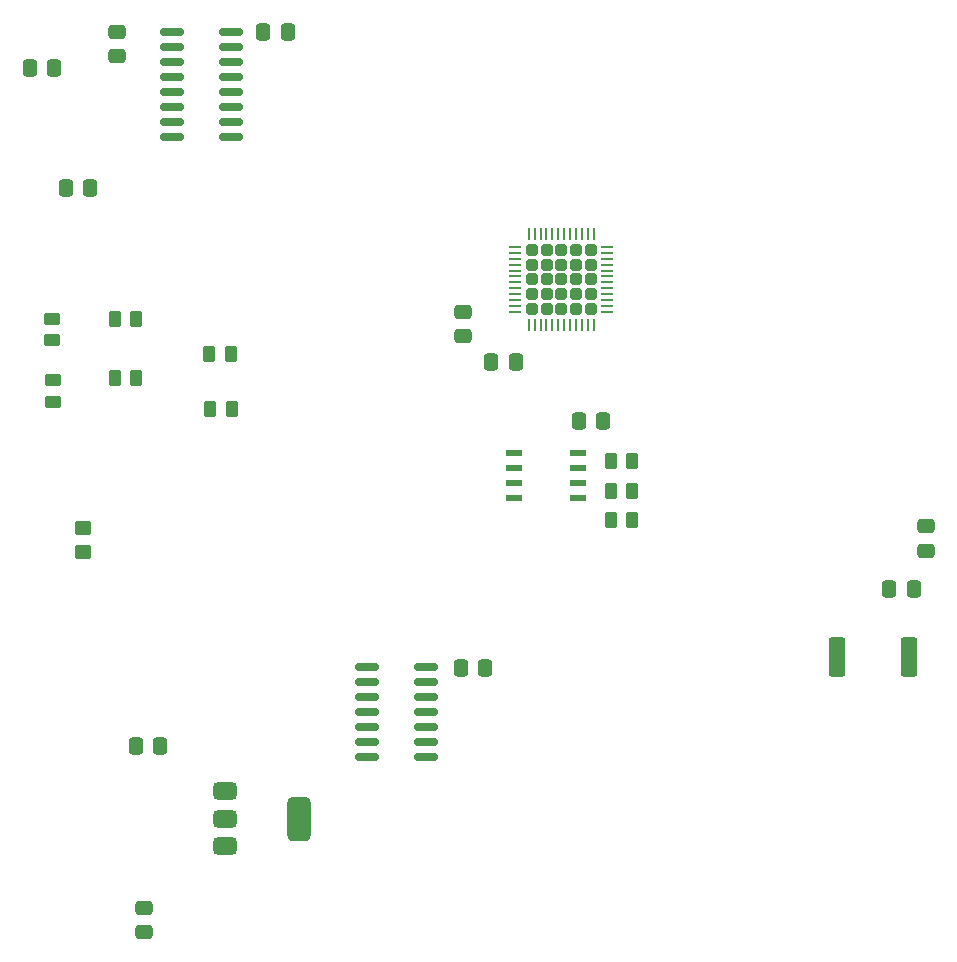
<source format=gtp>
G04 #@! TF.GenerationSoftware,KiCad,Pcbnew,8.0.6*
G04 #@! TF.CreationDate,2025-01-18T11:31:26-05:00*
G04 #@! TF.ProjectId,RL78_F14_48p_Rev2,524c3738-5f46-4313-945f-3438705f5265,rev?*
G04 #@! TF.SameCoordinates,Original*
G04 #@! TF.FileFunction,Paste,Top*
G04 #@! TF.FilePolarity,Positive*
%FSLAX46Y46*%
G04 Gerber Fmt 4.6, Leading zero omitted, Abs format (unit mm)*
G04 Created by KiCad (PCBNEW 8.0.6) date 2025-01-18 11:31:26*
%MOMM*%
%LPD*%
G01*
G04 APERTURE LIST*
G04 Aperture macros list*
%AMRoundRect*
0 Rectangle with rounded corners*
0 $1 Rounding radius*
0 $2 $3 $4 $5 $6 $7 $8 $9 X,Y pos of 4 corners*
0 Add a 4 corners polygon primitive as box body*
4,1,4,$2,$3,$4,$5,$6,$7,$8,$9,$2,$3,0*
0 Add four circle primitives for the rounded corners*
1,1,$1+$1,$2,$3*
1,1,$1+$1,$4,$5*
1,1,$1+$1,$6,$7*
1,1,$1+$1,$8,$9*
0 Add four rect primitives between the rounded corners*
20,1,$1+$1,$2,$3,$4,$5,0*
20,1,$1+$1,$4,$5,$6,$7,0*
20,1,$1+$1,$6,$7,$8,$9,0*
20,1,$1+$1,$8,$9,$2,$3,0*%
G04 Aperture macros list end*
%ADD10RoundRect,0.250000X-0.337500X-0.475000X0.337500X-0.475000X0.337500X0.475000X-0.337500X0.475000X0*%
%ADD11RoundRect,0.250000X-0.262500X-0.450000X0.262500X-0.450000X0.262500X0.450000X-0.262500X0.450000X0*%
%ADD12RoundRect,0.250000X0.475000X-0.337500X0.475000X0.337500X-0.475000X0.337500X-0.475000X-0.337500X0*%
%ADD13RoundRect,0.150000X-0.825000X-0.150000X0.825000X-0.150000X0.825000X0.150000X-0.825000X0.150000X0*%
%ADD14RoundRect,0.250000X-0.250000X-0.250000X0.250000X-0.250000X0.250000X0.250000X-0.250000X0.250000X0*%
%ADD15RoundRect,0.062500X-0.412500X-0.062500X0.412500X-0.062500X0.412500X0.062500X-0.412500X0.062500X0*%
%ADD16RoundRect,0.062500X-0.062500X-0.412500X0.062500X-0.412500X0.062500X0.412500X-0.062500X0.412500X0*%
%ADD17RoundRect,0.250000X-0.450000X0.262500X-0.450000X-0.262500X0.450000X-0.262500X0.450000X0.262500X0*%
%ADD18RoundRect,0.250000X0.450000X-0.350000X0.450000X0.350000X-0.450000X0.350000X-0.450000X-0.350000X0*%
%ADD19R,1.460500X0.533400*%
%ADD20RoundRect,0.250000X0.262500X0.450000X-0.262500X0.450000X-0.262500X-0.450000X0.262500X-0.450000X0*%
%ADD21RoundRect,0.250000X-0.475000X0.337500X-0.475000X-0.337500X0.475000X-0.337500X0.475000X0.337500X0*%
%ADD22RoundRect,0.250000X0.337500X0.475000X-0.337500X0.475000X-0.337500X-0.475000X0.337500X-0.475000X0*%
%ADD23RoundRect,0.249999X-0.450001X-1.425001X0.450001X-1.425001X0.450001X1.425001X-0.450001X1.425001X0*%
%ADD24RoundRect,0.375000X-0.625000X-0.375000X0.625000X-0.375000X0.625000X0.375000X-0.625000X0.375000X0*%
%ADD25RoundRect,0.500000X-0.500000X-1.400000X0.500000X-1.400000X0.500000X1.400000X-0.500000X1.400000X0*%
G04 APERTURE END LIST*
D10*
X88862500Y-143150000D03*
X90937500Y-143150000D03*
D11*
X87087500Y-107000000D03*
X88912500Y-107000000D03*
D12*
X87325000Y-84737500D03*
X87325000Y-82662500D03*
D13*
X108475000Y-136467500D03*
X108475000Y-137737500D03*
X108475000Y-139007500D03*
X108475000Y-140277500D03*
X108475000Y-141547500D03*
X108475000Y-142817500D03*
X108475000Y-144087500D03*
X113425000Y-144087500D03*
X113425000Y-142817500D03*
X113425000Y-141547500D03*
X113425000Y-140277500D03*
X113425000Y-139007500D03*
X113425000Y-137737500D03*
X113425000Y-136467500D03*
D14*
X122420000Y-101145000D03*
X122420000Y-102385000D03*
X122420000Y-103625000D03*
X122420000Y-104865000D03*
X122420000Y-106105000D03*
X123660000Y-101145000D03*
X123660000Y-102385000D03*
X123660000Y-103625000D03*
X123660000Y-104865000D03*
X123660000Y-106105000D03*
X124900000Y-101145000D03*
X124900000Y-102385000D03*
X124900000Y-103625000D03*
X124900000Y-104865000D03*
X124900000Y-106105000D03*
X126140000Y-101145000D03*
X126140000Y-102385000D03*
X126140000Y-103625000D03*
X126140000Y-104865000D03*
X126140000Y-106105000D03*
X127380000Y-101145000D03*
X127380000Y-102385000D03*
X127380000Y-103625000D03*
X127380000Y-104865000D03*
X127380000Y-106105000D03*
D15*
X121025000Y-100875000D03*
X121025000Y-101375000D03*
X121025000Y-101875000D03*
X121025000Y-102375000D03*
X121025000Y-102875000D03*
X121025000Y-103375000D03*
X121025000Y-103875000D03*
X121025000Y-104375000D03*
X121025000Y-104875000D03*
X121025000Y-105375000D03*
X121025000Y-105875000D03*
X121025000Y-106375000D03*
D16*
X122150000Y-107500000D03*
X122650000Y-107500000D03*
X123150000Y-107500000D03*
X123650000Y-107500000D03*
X124150000Y-107500000D03*
X124650000Y-107500000D03*
X125150000Y-107500000D03*
X125650000Y-107500000D03*
X126150000Y-107500000D03*
X126650000Y-107500000D03*
X127150000Y-107500000D03*
X127650000Y-107500000D03*
D15*
X128775000Y-106375000D03*
X128775000Y-105875000D03*
X128775000Y-105375000D03*
X128775000Y-104875000D03*
X128775000Y-104375000D03*
X128775000Y-103875000D03*
X128775000Y-103375000D03*
X128775000Y-102875000D03*
X128775000Y-102375000D03*
X128775000Y-101875000D03*
X128775000Y-101375000D03*
X128775000Y-100875000D03*
D16*
X127650000Y-99750000D03*
X127150000Y-99750000D03*
X126650000Y-99750000D03*
X126150000Y-99750000D03*
X125650000Y-99750000D03*
X125150000Y-99750000D03*
X124650000Y-99750000D03*
X124150000Y-99750000D03*
X123650000Y-99750000D03*
X123150000Y-99750000D03*
X122650000Y-99750000D03*
X122150000Y-99750000D03*
D17*
X81880000Y-112167500D03*
X81880000Y-113992500D03*
D10*
X99687500Y-82650000D03*
X101762500Y-82650000D03*
D18*
X84450000Y-126700000D03*
X84450000Y-124700000D03*
D11*
X95087500Y-109950000D03*
X96912500Y-109950000D03*
D19*
X120900050Y-118330000D03*
X120900050Y-119600000D03*
X120900050Y-120870000D03*
X120900050Y-122140000D03*
X126348350Y-122140000D03*
X126348350Y-120870000D03*
X126348350Y-119600000D03*
X126348350Y-118330000D03*
D10*
X126362500Y-115650000D03*
X128437500Y-115650000D03*
D11*
X87087500Y-112000000D03*
X88912500Y-112000000D03*
D20*
X130912500Y-124000000D03*
X129087500Y-124000000D03*
D21*
X116550000Y-106362500D03*
X116550000Y-108437500D03*
D20*
X130912500Y-119000000D03*
X129087500Y-119000000D03*
D10*
X152662500Y-129850000D03*
X154737500Y-129850000D03*
D13*
X91950000Y-82680000D03*
X91950000Y-83950000D03*
X91950000Y-85220000D03*
X91950000Y-86490000D03*
X91950000Y-87760000D03*
X91950000Y-89030000D03*
X91950000Y-90300000D03*
X91950000Y-91570000D03*
X96900000Y-91570000D03*
X96900000Y-90300000D03*
X96900000Y-89030000D03*
X96900000Y-87760000D03*
X96900000Y-86490000D03*
X96900000Y-85220000D03*
X96900000Y-83950000D03*
X96900000Y-82680000D03*
D10*
X116400000Y-136550000D03*
X118475000Y-136550000D03*
D21*
X89605000Y-156812500D03*
X89605000Y-158887500D03*
D22*
X85012500Y-95900000D03*
X82937500Y-95900000D03*
D12*
X155800000Y-126600000D03*
X155800000Y-124525000D03*
D10*
X79900000Y-85750000D03*
X81975000Y-85750000D03*
D17*
X81820000Y-106967500D03*
X81820000Y-108792500D03*
D23*
X148250000Y-135600000D03*
X154350000Y-135600000D03*
D24*
X96405000Y-146977500D03*
X96405000Y-149277500D03*
D25*
X102705000Y-149277500D03*
D24*
X96405000Y-151577500D03*
D22*
X121037500Y-110600000D03*
X118962500Y-110600000D03*
D11*
X95187500Y-114600000D03*
X97012500Y-114600000D03*
D20*
X130912500Y-121500000D03*
X129087500Y-121500000D03*
M02*

</source>
